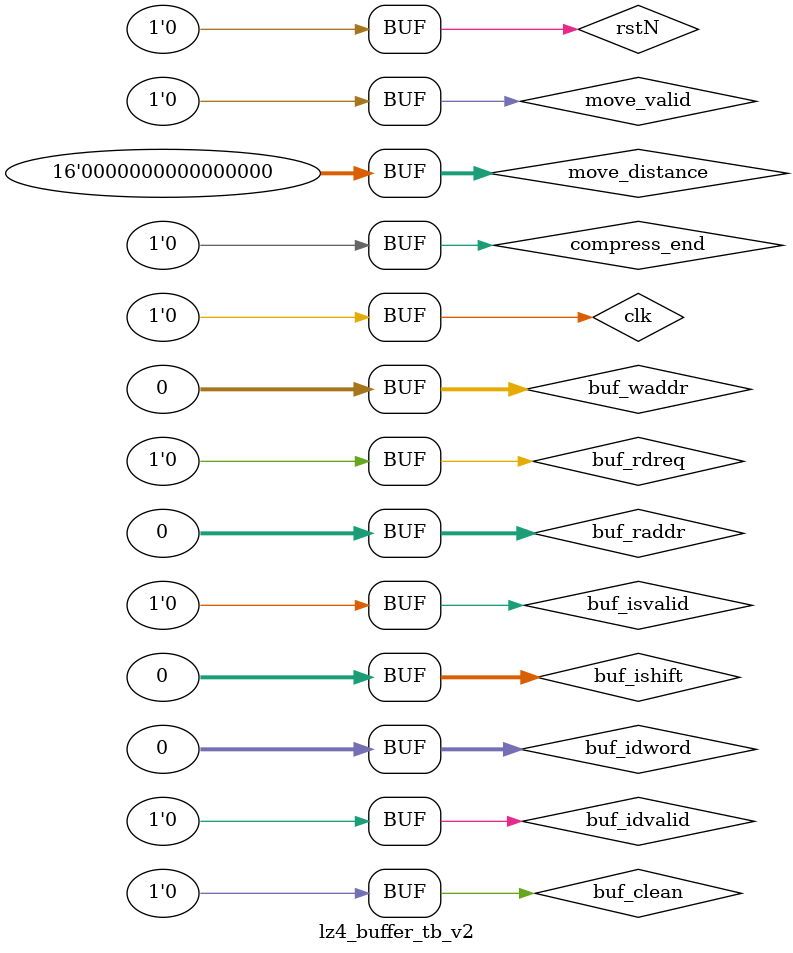
<source format=v>
`timescale 1ns / 1ps


module lz4_buffer_tb_v2;

	// Inputs
	reg clk;
	reg rstN;
	reg buf_clean;
	reg compress_end;
	reg [31:0] buf_idword;
	reg buf_idvalid;
	reg [31:0] buf_ishift;
	reg buf_isvalid;
	reg [31:0] buf_waddr;
	reg buf_rdreq;
	reg [31:0] buf_raddr;
	reg move_valid;
	reg [15:0] move_distance;

	// Outputs
	wire buf_unable;
	wire buf_full;
	wire [31:0] buf_odata;
	wire buf_ovalid;
	wire buf_empty;
	wire [31:0] head_addr;

	// Instantiate the Unit Under Test (UUT)
	lz4_buffer_v2 uut (
		.clk(clk), 
		.rstN(rstN), 
		.buf_clean(buf_clean), 
		.buf_unable(buf_unable), 
		.compress_end(compress_end), 
		.buf_idword(buf_idword), 
		.buf_idvalid(buf_idvalid), 
		.buf_ishift(buf_ishift), 
		.buf_isvalid(buf_isvalid), 
		.buf_waddr(buf_waddr), 
		.buf_full(buf_full), 
		.buf_rdreq(buf_rdreq), 
		.buf_raddr(buf_raddr), 
		.buf_odata(buf_odata), 
		.buf_ovalid(buf_ovalid), 
		.buf_empty(buf_empty), 
		.move_valid(move_valid), 
		.move_distance(move_distance), 
		.head_addr(head_addr)
	);

	initial begin
		// Initialize Inputs
		clk = 0;
		rstN = 0;
		buf_clean = 0;
		compress_end = 0;
		buf_idword = 0;
		buf_idvalid = 0;
		buf_ishift = 0;
		buf_isvalid = 0;
		buf_waddr = 0;
		buf_rdreq = 0;
		buf_raddr = 0;
		move_valid = 0;
		move_distance = 0;

		// Wait 100 ns for global reset to finish
		#100;
        
		// Add stimulus here

	end
      
endmodule


</source>
